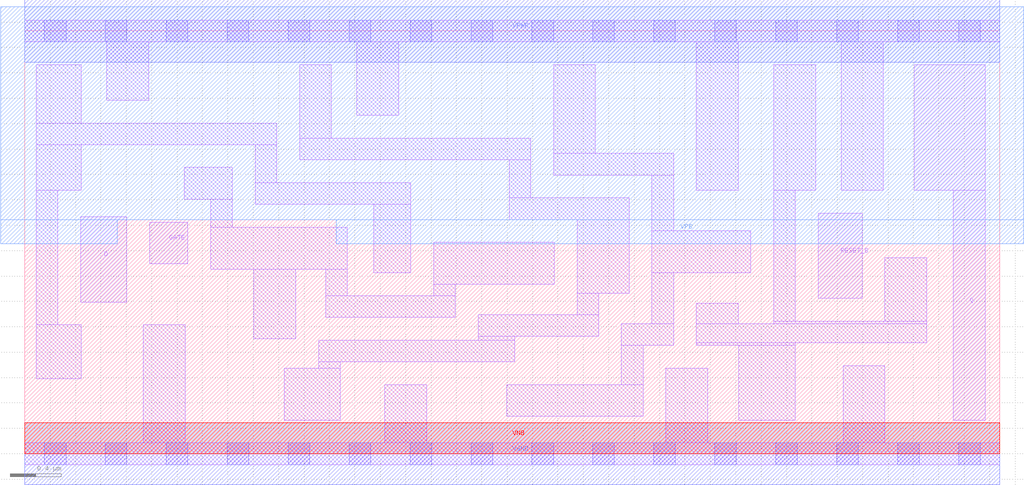
<source format=lef>
# Copyright 2020 The SkyWater PDK Authors
#
# Licensed under the Apache License, Version 2.0 (the "License");
# you may not use this file except in compliance with the License.
# You may obtain a copy of the License at
#
#     https://www.apache.org/licenses/LICENSE-2.0
#
# Unless required by applicable law or agreed to in writing, software
# distributed under the License is distributed on an "AS IS" BASIS,
# WITHOUT WARRANTIES OR CONDITIONS OF ANY KIND, either express or implied.
# See the License for the specific language governing permissions and
# limitations under the License.
#
# SPDX-License-Identifier: Apache-2.0

VERSION 5.7 ;
  NOWIREEXTENSIONATPIN ON ;
  DIVIDERCHAR "/" ;
  BUSBITCHARS "[]" ;
MACRO sky130_fd_sc_lp__dlrtp_lp2
  CLASS CORE ;
  FOREIGN sky130_fd_sc_lp__dlrtp_lp2 ;
  ORIGIN  0.000000  0.000000 ;
  SIZE  7.680000 BY  3.330000 ;
  SYMMETRY X Y R90 ;
  SITE unit ;
  PIN D
    ANTENNAGATEAREA  0.376000 ;
    DIRECTION INPUT ;
    USE SIGNAL ;
    PORT
      LAYER li1 ;
        RECT 0.440000 1.195000 0.805000 1.865000 ;
    END
  END D
  PIN Q
    ANTENNADIFFAREA  0.404700 ;
    DIRECTION OUTPUT ;
    USE SIGNAL ;
    PORT
      LAYER li1 ;
        RECT 7.005000 2.075000 7.565000 3.065000 ;
        RECT 7.315000 0.265000 7.565000 2.075000 ;
    END
  END Q
  PIN RESET_B
    ANTENNAGATEAREA  0.313000 ;
    DIRECTION INPUT ;
    USE SIGNAL ;
    PORT
      LAYER li1 ;
        RECT 6.250000 1.225000 6.595000 1.895000 ;
    END
  END RESET_B
  PIN GATE
    ANTENNAGATEAREA  0.376000 ;
    DIRECTION INPUT ;
    USE CLOCK ;
    PORT
      LAYER li1 ;
        RECT 0.985000 1.495000 1.285000 1.825000 ;
    END
  END GATE
  PIN VGND
    DIRECTION INOUT ;
    USE GROUND ;
    PORT
      LAYER met1 ;
        RECT 0.000000 -0.245000 7.680000 0.245000 ;
    END
  END VGND
  PIN VNB
    DIRECTION INOUT ;
    USE GROUND ;
    PORT
      LAYER pwell ;
        RECT 0.000000 0.000000 7.680000 0.245000 ;
    END
  END VNB
  PIN VPB
    DIRECTION INOUT ;
    USE POWER ;
    PORT
      LAYER nwell ;
        RECT -0.190000 1.655000 0.730000 1.845000 ;
        RECT -0.190000 1.845000 7.870000 3.520000 ;
        RECT  2.455000 1.655000 7.870000 1.845000 ;
    END
  END VPB
  PIN VPWR
    DIRECTION INOUT ;
    USE POWER ;
    PORT
      LAYER met1 ;
        RECT 0.000000 3.085000 7.680000 3.575000 ;
    END
  END VPWR
  OBS
    LAYER li1 ;
      RECT 0.000000 -0.085000 7.680000 0.085000 ;
      RECT 0.000000  3.245000 7.680000 3.415000 ;
      RECT 0.090000  0.590000 0.445000 1.015000 ;
      RECT 0.090000  1.015000 0.260000 2.075000 ;
      RECT 0.090000  2.075000 0.445000 2.435000 ;
      RECT 0.090000  2.435000 1.985000 2.605000 ;
      RECT 0.090000  2.605000 0.445000 3.065000 ;
      RECT 0.645000  2.785000 0.975000 3.245000 ;
      RECT 0.935000  0.085000 1.265000 1.015000 ;
      RECT 1.255000  2.005000 1.635000 2.255000 ;
      RECT 1.465000  1.455000 2.540000 1.785000 ;
      RECT 1.465000  1.785000 1.635000 2.005000 ;
      RECT 1.805000  0.905000 2.135000 1.455000 ;
      RECT 1.815000  1.965000 3.040000 2.135000 ;
      RECT 1.815000  2.135000 1.985000 2.435000 ;
      RECT 2.045000  0.265000 2.485000 0.675000 ;
      RECT 2.165000  2.315000 3.985000 2.485000 ;
      RECT 2.165000  2.485000 2.415000 3.065000 ;
      RECT 2.315000  0.675000 2.485000 0.725000 ;
      RECT 2.315000  0.725000 3.860000 0.895000 ;
      RECT 2.370000  1.075000 3.390000 1.245000 ;
      RECT 2.370000  1.245000 2.540000 1.455000 ;
      RECT 2.615000  2.665000 2.945000 3.245000 ;
      RECT 2.750000  1.425000 3.040000 1.965000 ;
      RECT 2.835000  0.085000 3.165000 0.545000 ;
      RECT 3.220000  1.245000 3.390000 1.335000 ;
      RECT 3.220000  1.335000 4.170000 1.665000 ;
      RECT 3.570000  0.895000 3.860000 0.925000 ;
      RECT 3.570000  0.925000 4.520000 1.095000 ;
      RECT 3.795000  0.295000 4.870000 0.545000 ;
      RECT 3.815000  1.845000 4.760000 2.015000 ;
      RECT 3.815000  2.015000 3.985000 2.315000 ;
      RECT 4.165000  2.195000 5.110000 2.365000 ;
      RECT 4.165000  2.365000 4.495000 3.065000 ;
      RECT 4.350000  1.095000 4.520000 1.265000 ;
      RECT 4.350000  1.265000 4.760000 1.845000 ;
      RECT 4.700000  0.545000 4.870000 0.855000 ;
      RECT 4.700000  0.855000 5.110000 1.025000 ;
      RECT 4.940000  1.025000 5.110000 1.425000 ;
      RECT 4.940000  1.425000 5.720000 1.755000 ;
      RECT 4.940000  1.755000 5.110000 2.195000 ;
      RECT 5.050000  0.085000 5.380000 0.675000 ;
      RECT 5.290000  0.855000 6.070000 0.875000 ;
      RECT 5.290000  0.875000 7.105000 1.025000 ;
      RECT 5.290000  1.025000 5.620000 1.185000 ;
      RECT 5.290000  2.075000 5.620000 3.245000 ;
      RECT 5.625000  0.265000 6.070000 0.855000 ;
      RECT 5.900000  1.025000 7.105000 1.045000 ;
      RECT 5.900000  1.045000 6.070000 2.075000 ;
      RECT 5.900000  2.075000 6.230000 3.065000 ;
      RECT 6.430000  2.075000 6.760000 3.245000 ;
      RECT 6.445000  0.085000 6.775000 0.695000 ;
      RECT 6.775000  1.045000 7.105000 1.545000 ;
    LAYER mcon ;
      RECT 0.155000 -0.085000 0.325000 0.085000 ;
      RECT 0.155000  3.245000 0.325000 3.415000 ;
      RECT 0.635000 -0.085000 0.805000 0.085000 ;
      RECT 0.635000  3.245000 0.805000 3.415000 ;
      RECT 1.115000 -0.085000 1.285000 0.085000 ;
      RECT 1.115000  3.245000 1.285000 3.415000 ;
      RECT 1.595000 -0.085000 1.765000 0.085000 ;
      RECT 1.595000  3.245000 1.765000 3.415000 ;
      RECT 2.075000 -0.085000 2.245000 0.085000 ;
      RECT 2.075000  3.245000 2.245000 3.415000 ;
      RECT 2.555000 -0.085000 2.725000 0.085000 ;
      RECT 2.555000  3.245000 2.725000 3.415000 ;
      RECT 3.035000 -0.085000 3.205000 0.085000 ;
      RECT 3.035000  3.245000 3.205000 3.415000 ;
      RECT 3.515000 -0.085000 3.685000 0.085000 ;
      RECT 3.515000  3.245000 3.685000 3.415000 ;
      RECT 3.995000 -0.085000 4.165000 0.085000 ;
      RECT 3.995000  3.245000 4.165000 3.415000 ;
      RECT 4.475000 -0.085000 4.645000 0.085000 ;
      RECT 4.475000  3.245000 4.645000 3.415000 ;
      RECT 4.955000 -0.085000 5.125000 0.085000 ;
      RECT 4.955000  3.245000 5.125000 3.415000 ;
      RECT 5.435000 -0.085000 5.605000 0.085000 ;
      RECT 5.435000  3.245000 5.605000 3.415000 ;
      RECT 5.915000 -0.085000 6.085000 0.085000 ;
      RECT 5.915000  3.245000 6.085000 3.415000 ;
      RECT 6.395000 -0.085000 6.565000 0.085000 ;
      RECT 6.395000  3.245000 6.565000 3.415000 ;
      RECT 6.875000 -0.085000 7.045000 0.085000 ;
      RECT 6.875000  3.245000 7.045000 3.415000 ;
      RECT 7.355000 -0.085000 7.525000 0.085000 ;
      RECT 7.355000  3.245000 7.525000 3.415000 ;
  END
END sky130_fd_sc_lp__dlrtp_lp2
END LIBRARY

</source>
